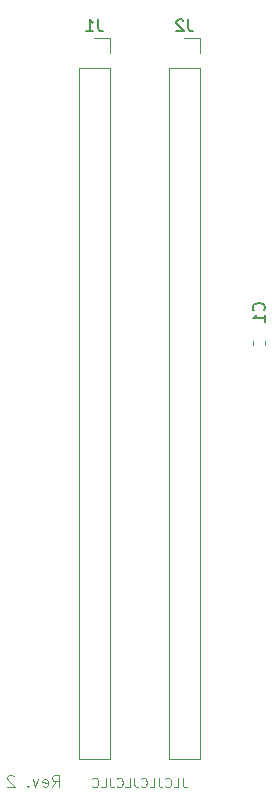
<source format=gbr>
G04 #@! TF.GenerationSoftware,KiCad,Pcbnew,8.0.8+dfsg-1*
G04 #@! TF.CreationDate,2025-06-05T15:25:50+09:00*
G04 #@! TF.ProjectId,bionic-tms32010,62696f6e-6963-42d7-946d-733332303130,2*
G04 #@! TF.SameCoordinates,Original*
G04 #@! TF.FileFunction,Legend,Bot*
G04 #@! TF.FilePolarity,Positive*
%FSLAX46Y46*%
G04 Gerber Fmt 4.6, Leading zero omitted, Abs format (unit mm)*
G04 Created by KiCad (PCBNEW 8.0.8+dfsg-1) date 2025-06-05 15:25:50*
%MOMM*%
%LPD*%
G01*
G04 APERTURE LIST*
%ADD10C,0.100000*%
%ADD11C,0.125000*%
%ADD12C,0.150000*%
%ADD13C,0.120000*%
G04 APERTURE END LIST*
D10*
X117395238Y-136406895D02*
X117395238Y-136978323D01*
X117395238Y-136978323D02*
X117433333Y-137092609D01*
X117433333Y-137092609D02*
X117509524Y-137168800D01*
X117509524Y-137168800D02*
X117623809Y-137206895D01*
X117623809Y-137206895D02*
X117700000Y-137206895D01*
X116633333Y-137206895D02*
X117014285Y-137206895D01*
X117014285Y-137206895D02*
X117014285Y-136406895D01*
X115909523Y-137130704D02*
X115947619Y-137168800D01*
X115947619Y-137168800D02*
X116061904Y-137206895D01*
X116061904Y-137206895D02*
X116138095Y-137206895D01*
X116138095Y-137206895D02*
X116252381Y-137168800D01*
X116252381Y-137168800D02*
X116328571Y-137092609D01*
X116328571Y-137092609D02*
X116366666Y-137016419D01*
X116366666Y-137016419D02*
X116404762Y-136864038D01*
X116404762Y-136864038D02*
X116404762Y-136749752D01*
X116404762Y-136749752D02*
X116366666Y-136597371D01*
X116366666Y-136597371D02*
X116328571Y-136521180D01*
X116328571Y-136521180D02*
X116252381Y-136444990D01*
X116252381Y-136444990D02*
X116138095Y-136406895D01*
X116138095Y-136406895D02*
X116061904Y-136406895D01*
X116061904Y-136406895D02*
X115947619Y-136444990D01*
X115947619Y-136444990D02*
X115909523Y-136483085D01*
X115338095Y-136406895D02*
X115338095Y-136978323D01*
X115338095Y-136978323D02*
X115376190Y-137092609D01*
X115376190Y-137092609D02*
X115452381Y-137168800D01*
X115452381Y-137168800D02*
X115566666Y-137206895D01*
X115566666Y-137206895D02*
X115642857Y-137206895D01*
X114576190Y-137206895D02*
X114957142Y-137206895D01*
X114957142Y-137206895D02*
X114957142Y-136406895D01*
X113852380Y-137130704D02*
X113890476Y-137168800D01*
X113890476Y-137168800D02*
X114004761Y-137206895D01*
X114004761Y-137206895D02*
X114080952Y-137206895D01*
X114080952Y-137206895D02*
X114195238Y-137168800D01*
X114195238Y-137168800D02*
X114271428Y-137092609D01*
X114271428Y-137092609D02*
X114309523Y-137016419D01*
X114309523Y-137016419D02*
X114347619Y-136864038D01*
X114347619Y-136864038D02*
X114347619Y-136749752D01*
X114347619Y-136749752D02*
X114309523Y-136597371D01*
X114309523Y-136597371D02*
X114271428Y-136521180D01*
X114271428Y-136521180D02*
X114195238Y-136444990D01*
X114195238Y-136444990D02*
X114080952Y-136406895D01*
X114080952Y-136406895D02*
X114004761Y-136406895D01*
X114004761Y-136406895D02*
X113890476Y-136444990D01*
X113890476Y-136444990D02*
X113852380Y-136483085D01*
X113280952Y-136406895D02*
X113280952Y-136978323D01*
X113280952Y-136978323D02*
X113319047Y-137092609D01*
X113319047Y-137092609D02*
X113395238Y-137168800D01*
X113395238Y-137168800D02*
X113509523Y-137206895D01*
X113509523Y-137206895D02*
X113585714Y-137206895D01*
X112519047Y-137206895D02*
X112899999Y-137206895D01*
X112899999Y-137206895D02*
X112899999Y-136406895D01*
X111795237Y-137130704D02*
X111833333Y-137168800D01*
X111833333Y-137168800D02*
X111947618Y-137206895D01*
X111947618Y-137206895D02*
X112023809Y-137206895D01*
X112023809Y-137206895D02*
X112138095Y-137168800D01*
X112138095Y-137168800D02*
X112214285Y-137092609D01*
X112214285Y-137092609D02*
X112252380Y-137016419D01*
X112252380Y-137016419D02*
X112290476Y-136864038D01*
X112290476Y-136864038D02*
X112290476Y-136749752D01*
X112290476Y-136749752D02*
X112252380Y-136597371D01*
X112252380Y-136597371D02*
X112214285Y-136521180D01*
X112214285Y-136521180D02*
X112138095Y-136444990D01*
X112138095Y-136444990D02*
X112023809Y-136406895D01*
X112023809Y-136406895D02*
X111947618Y-136406895D01*
X111947618Y-136406895D02*
X111833333Y-136444990D01*
X111833333Y-136444990D02*
X111795237Y-136483085D01*
X111223809Y-136406895D02*
X111223809Y-136978323D01*
X111223809Y-136978323D02*
X111261904Y-137092609D01*
X111261904Y-137092609D02*
X111338095Y-137168800D01*
X111338095Y-137168800D02*
X111452380Y-137206895D01*
X111452380Y-137206895D02*
X111528571Y-137206895D01*
X110461904Y-137206895D02*
X110842856Y-137206895D01*
X110842856Y-137206895D02*
X110842856Y-136406895D01*
X109738094Y-137130704D02*
X109776190Y-137168800D01*
X109776190Y-137168800D02*
X109890475Y-137206895D01*
X109890475Y-137206895D02*
X109966666Y-137206895D01*
X109966666Y-137206895D02*
X110080952Y-137168800D01*
X110080952Y-137168800D02*
X110157142Y-137092609D01*
X110157142Y-137092609D02*
X110195237Y-137016419D01*
X110195237Y-137016419D02*
X110233333Y-136864038D01*
X110233333Y-136864038D02*
X110233333Y-136749752D01*
X110233333Y-136749752D02*
X110195237Y-136597371D01*
X110195237Y-136597371D02*
X110157142Y-136521180D01*
X110157142Y-136521180D02*
X110080952Y-136444990D01*
X110080952Y-136444990D02*
X109966666Y-136406895D01*
X109966666Y-136406895D02*
X109890475Y-136406895D01*
X109890475Y-136406895D02*
X109776190Y-136444990D01*
X109776190Y-136444990D02*
X109738094Y-136483085D01*
D11*
X106331240Y-137181119D02*
X106664573Y-136704928D01*
X106902668Y-137181119D02*
X106902668Y-136181119D01*
X106902668Y-136181119D02*
X106521716Y-136181119D01*
X106521716Y-136181119D02*
X106426478Y-136228738D01*
X106426478Y-136228738D02*
X106378859Y-136276357D01*
X106378859Y-136276357D02*
X106331240Y-136371595D01*
X106331240Y-136371595D02*
X106331240Y-136514452D01*
X106331240Y-136514452D02*
X106378859Y-136609690D01*
X106378859Y-136609690D02*
X106426478Y-136657309D01*
X106426478Y-136657309D02*
X106521716Y-136704928D01*
X106521716Y-136704928D02*
X106902668Y-136704928D01*
X105521716Y-137133500D02*
X105616954Y-137181119D01*
X105616954Y-137181119D02*
X105807430Y-137181119D01*
X105807430Y-137181119D02*
X105902668Y-137133500D01*
X105902668Y-137133500D02*
X105950287Y-137038261D01*
X105950287Y-137038261D02*
X105950287Y-136657309D01*
X105950287Y-136657309D02*
X105902668Y-136562071D01*
X105902668Y-136562071D02*
X105807430Y-136514452D01*
X105807430Y-136514452D02*
X105616954Y-136514452D01*
X105616954Y-136514452D02*
X105521716Y-136562071D01*
X105521716Y-136562071D02*
X105474097Y-136657309D01*
X105474097Y-136657309D02*
X105474097Y-136752547D01*
X105474097Y-136752547D02*
X105950287Y-136847785D01*
X105140763Y-136514452D02*
X104902668Y-137181119D01*
X104902668Y-137181119D02*
X104664573Y-136514452D01*
X104283620Y-137085880D02*
X104236001Y-137133500D01*
X104236001Y-137133500D02*
X104283620Y-137181119D01*
X104283620Y-137181119D02*
X104331239Y-137133500D01*
X104331239Y-137133500D02*
X104283620Y-137085880D01*
X104283620Y-137085880D02*
X104283620Y-137181119D01*
X103093144Y-136276357D02*
X103045525Y-136228738D01*
X103045525Y-136228738D02*
X102950287Y-136181119D01*
X102950287Y-136181119D02*
X102712192Y-136181119D01*
X102712192Y-136181119D02*
X102616954Y-136228738D01*
X102616954Y-136228738D02*
X102569335Y-136276357D01*
X102569335Y-136276357D02*
X102521716Y-136371595D01*
X102521716Y-136371595D02*
X102521716Y-136466833D01*
X102521716Y-136466833D02*
X102569335Y-136609690D01*
X102569335Y-136609690D02*
X103140763Y-137181119D01*
X103140763Y-137181119D02*
X102521716Y-137181119D01*
D12*
X124219580Y-96833533D02*
X124267200Y-96785914D01*
X124267200Y-96785914D02*
X124314819Y-96643057D01*
X124314819Y-96643057D02*
X124314819Y-96547819D01*
X124314819Y-96547819D02*
X124267200Y-96404962D01*
X124267200Y-96404962D02*
X124171961Y-96309724D01*
X124171961Y-96309724D02*
X124076723Y-96262105D01*
X124076723Y-96262105D02*
X123886247Y-96214486D01*
X123886247Y-96214486D02*
X123743390Y-96214486D01*
X123743390Y-96214486D02*
X123552914Y-96262105D01*
X123552914Y-96262105D02*
X123457676Y-96309724D01*
X123457676Y-96309724D02*
X123362438Y-96404962D01*
X123362438Y-96404962D02*
X123314819Y-96547819D01*
X123314819Y-96547819D02*
X123314819Y-96643057D01*
X123314819Y-96643057D02*
X123362438Y-96785914D01*
X123362438Y-96785914D02*
X123410057Y-96833533D01*
X124314819Y-97785914D02*
X124314819Y-97214486D01*
X124314819Y-97500200D02*
X123314819Y-97500200D01*
X123314819Y-97500200D02*
X123457676Y-97404962D01*
X123457676Y-97404962D02*
X123552914Y-97309724D01*
X123552914Y-97309724D02*
X123600533Y-97214486D01*
X117843333Y-72204819D02*
X117843333Y-72919104D01*
X117843333Y-72919104D02*
X117890952Y-73061961D01*
X117890952Y-73061961D02*
X117986190Y-73157200D01*
X117986190Y-73157200D02*
X118129047Y-73204819D01*
X118129047Y-73204819D02*
X118224285Y-73204819D01*
X117414761Y-72300057D02*
X117367142Y-72252438D01*
X117367142Y-72252438D02*
X117271904Y-72204819D01*
X117271904Y-72204819D02*
X117033809Y-72204819D01*
X117033809Y-72204819D02*
X116938571Y-72252438D01*
X116938571Y-72252438D02*
X116890952Y-72300057D01*
X116890952Y-72300057D02*
X116843333Y-72395295D01*
X116843333Y-72395295D02*
X116843333Y-72490533D01*
X116843333Y-72490533D02*
X116890952Y-72633390D01*
X116890952Y-72633390D02*
X117462380Y-73204819D01*
X117462380Y-73204819D02*
X116843333Y-73204819D01*
X110223333Y-72204819D02*
X110223333Y-72919104D01*
X110223333Y-72919104D02*
X110270952Y-73061961D01*
X110270952Y-73061961D02*
X110366190Y-73157200D01*
X110366190Y-73157200D02*
X110509047Y-73204819D01*
X110509047Y-73204819D02*
X110604285Y-73204819D01*
X109223333Y-73204819D02*
X109794761Y-73204819D01*
X109509047Y-73204819D02*
X109509047Y-72204819D01*
X109509047Y-72204819D02*
X109604285Y-72347676D01*
X109604285Y-72347676D02*
X109699523Y-72442914D01*
X109699523Y-72442914D02*
X109794761Y-72490533D01*
D13*
X124370000Y-99471233D02*
X124370000Y-99763767D01*
X123350000Y-99471233D02*
X123350000Y-99763767D01*
X116180000Y-76350000D02*
X118840000Y-76350000D01*
X116180000Y-134830000D02*
X116180000Y-76350000D01*
X116180000Y-134830000D02*
X118840000Y-134830000D01*
X117510000Y-73750000D02*
X118840000Y-73750000D01*
X118840000Y-73750000D02*
X118840000Y-75080000D01*
X118840000Y-134830000D02*
X118840000Y-76350000D01*
X108560000Y-76350000D02*
X111220000Y-76350000D01*
X108560000Y-134830000D02*
X108560000Y-76350000D01*
X108560000Y-134830000D02*
X111220000Y-134830000D01*
X109890000Y-73750000D02*
X111220000Y-73750000D01*
X111220000Y-73750000D02*
X111220000Y-75080000D01*
X111220000Y-134830000D02*
X111220000Y-76350000D01*
M02*

</source>
